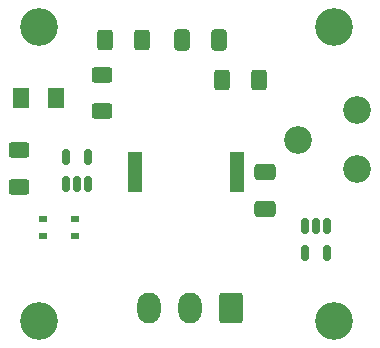
<source format=gbr>
%TF.GenerationSoftware,KiCad,Pcbnew,8.0.1*%
%TF.CreationDate,2024-05-29T15:36:32+02:00*%
%TF.ProjectId,TargetHitDetector,54617267-6574-4486-9974-446574656374,rev?*%
%TF.SameCoordinates,Original*%
%TF.FileFunction,Soldermask,Top*%
%TF.FilePolarity,Negative*%
%FSLAX46Y46*%
G04 Gerber Fmt 4.6, Leading zero omitted, Abs format (unit mm)*
G04 Created by KiCad (PCBNEW 8.0.1) date 2024-05-29 15:36:32*
%MOMM*%
%LPD*%
G01*
G04 APERTURE LIST*
G04 Aperture macros list*
%AMRoundRect*
0 Rectangle with rounded corners*
0 $1 Rounding radius*
0 $2 $3 $4 $5 $6 $7 $8 $9 X,Y pos of 4 corners*
0 Add a 4 corners polygon primitive as box body*
4,1,4,$2,$3,$4,$5,$6,$7,$8,$9,$2,$3,0*
0 Add four circle primitives for the rounded corners*
1,1,$1+$1,$2,$3*
1,1,$1+$1,$4,$5*
1,1,$1+$1,$6,$7*
1,1,$1+$1,$8,$9*
0 Add four rect primitives between the rounded corners*
20,1,$1+$1,$2,$3,$4,$5,0*
20,1,$1+$1,$4,$5,$6,$7,0*
20,1,$1+$1,$6,$7,$8,$9,0*
20,1,$1+$1,$8,$9,$2,$3,0*%
G04 Aperture macros list end*
%ADD10C,3.200000*%
%ADD11RoundRect,0.150000X0.150000X-0.512500X0.150000X0.512500X-0.150000X0.512500X-0.150000X-0.512500X0*%
%ADD12RoundRect,0.250000X0.750000X1.050000X-0.750000X1.050000X-0.750000X-1.050000X0.750000X-1.050000X0*%
%ADD13O,2.000000X2.600000*%
%ADD14RoundRect,0.250000X0.625000X-0.400000X0.625000X0.400000X-0.625000X0.400000X-0.625000X-0.400000X0*%
%ADD15R,0.700000X0.600000*%
%ADD16RoundRect,0.250001X0.462499X0.624999X-0.462499X0.624999X-0.462499X-0.624999X0.462499X-0.624999X0*%
%ADD17RoundRect,0.250000X0.650000X-0.412500X0.650000X0.412500X-0.650000X0.412500X-0.650000X-0.412500X0*%
%ADD18RoundRect,0.250000X-0.400000X-0.625000X0.400000X-0.625000X0.400000X0.625000X-0.400000X0.625000X0*%
%ADD19R,1.300000X3.400000*%
%ADD20RoundRect,0.250000X0.412500X0.650000X-0.412500X0.650000X-0.412500X-0.650000X0.412500X-0.650000X0*%
%ADD21RoundRect,0.150000X-0.150000X0.512500X-0.150000X-0.512500X0.150000X-0.512500X0.150000X0.512500X0*%
%ADD22RoundRect,0.250000X0.400000X0.625000X-0.400000X0.625000X-0.400000X-0.625000X0.400000X-0.625000X0*%
%ADD23C,2.340000*%
%ADD24RoundRect,0.250000X-0.625000X0.400000X-0.625000X-0.400000X0.625000X-0.400000X0.625000X0.400000X0*%
G04 APERTURE END LIST*
D10*
%TO.C,REF\u002A\u002A*%
X133500000Y-86600000D03*
%TD*%
%TO.C,REF\u002A\u002A*%
X158400000Y-86600000D03*
%TD*%
%TO.C,REF\u002A\u002A*%
X158400000Y-111500000D03*
%TD*%
%TO.C,REF\u002A\u002A*%
X133500000Y-111500000D03*
%TD*%
D11*
%TO.C,U1*%
X135750000Y-99937500D03*
X136700000Y-99937500D03*
X137650000Y-99937500D03*
X137650000Y-97662500D03*
X135750000Y-97662500D03*
%TD*%
D12*
%TO.C,J1*%
X149750000Y-110400000D03*
D13*
X146250000Y-110400000D03*
X142750000Y-110400000D03*
%TD*%
D14*
%TO.C,R3*%
X138800000Y-93750000D03*
X138800000Y-90650000D03*
%TD*%
D15*
%TO.C,D2*%
X136500000Y-104300000D03*
X136500000Y-102900000D03*
%TD*%
D16*
%TO.C,D4*%
X134887500Y-92600000D03*
X131912500Y-92600000D03*
%TD*%
D17*
%TO.C,C1*%
X152600000Y-102062500D03*
X152600000Y-98937500D03*
%TD*%
D18*
%TO.C,R5*%
X148950000Y-91100000D03*
X152050000Y-91100000D03*
%TD*%
D19*
%TO.C,BZ1*%
X141550000Y-98900000D03*
X150250000Y-98900000D03*
%TD*%
D15*
%TO.C,D1*%
X133800000Y-102900000D03*
X133800000Y-104300000D03*
%TD*%
D20*
%TO.C,C2*%
X148662500Y-87700000D03*
X145537500Y-87700000D03*
%TD*%
D21*
%TO.C,U2*%
X157850000Y-103462500D03*
X156900000Y-103462500D03*
X155950000Y-103462500D03*
X155950000Y-105737500D03*
X157850000Y-105737500D03*
%TD*%
D22*
%TO.C,R2*%
X142150000Y-87700000D03*
X139050000Y-87700000D03*
%TD*%
D23*
%TO.C,RV1*%
X160400000Y-98675000D03*
X155400000Y-96175000D03*
X160400000Y-93675000D03*
%TD*%
D24*
%TO.C,R1*%
X131800000Y-97050000D03*
X131800000Y-100150000D03*
%TD*%
M02*

</source>
